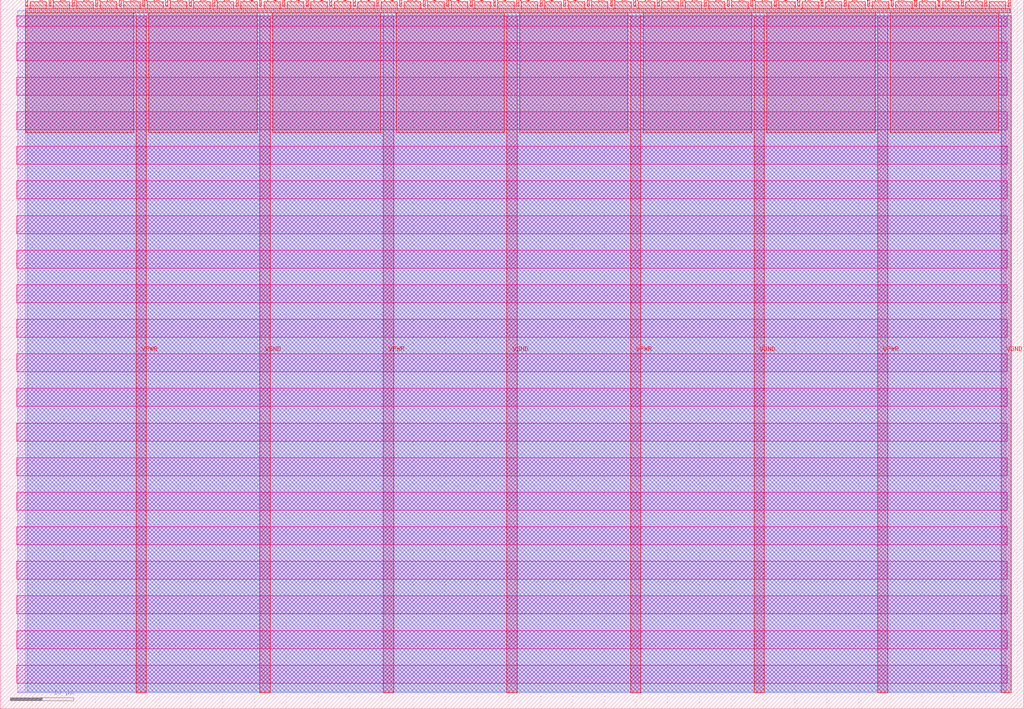
<source format=lef>
VERSION 5.7 ;
  NOWIREEXTENSIONATPIN ON ;
  DIVIDERCHAR "/" ;
  BUSBITCHARS "[]" ;
MACRO tt_um_jduchniewicz_prng
  CLASS BLOCK ;
  FOREIGN tt_um_jduchniewicz_prng ;
  ORIGIN 0.000 0.000 ;
  SIZE 161.000 BY 111.520 ;
  PIN VGND
    DIRECTION INOUT ;
    USE GROUND ;
    PORT
      LAYER met4 ;
        RECT 40.830 2.480 42.430 109.040 ;
    END
    PORT
      LAYER met4 ;
        RECT 79.700 2.480 81.300 109.040 ;
    END
    PORT
      LAYER met4 ;
        RECT 118.570 2.480 120.170 109.040 ;
    END
    PORT
      LAYER met4 ;
        RECT 157.440 2.480 159.040 109.040 ;
    END
  END VGND
  PIN VPWR
    DIRECTION INOUT ;
    USE POWER ;
    PORT
      LAYER met4 ;
        RECT 21.395 2.480 22.995 109.040 ;
    END
    PORT
      LAYER met4 ;
        RECT 60.265 2.480 61.865 109.040 ;
    END
    PORT
      LAYER met4 ;
        RECT 99.135 2.480 100.735 109.040 ;
    END
    PORT
      LAYER met4 ;
        RECT 138.005 2.480 139.605 109.040 ;
    END
  END VPWR
  PIN clk
    DIRECTION INPUT ;
    USE SIGNAL ;
    ANTENNAGATEAREA 0.852000 ;
    PORT
      LAYER met4 ;
        RECT 154.870 110.520 155.170 111.520 ;
    END
  END clk
  PIN ena
    DIRECTION INPUT ;
    USE SIGNAL ;
    ANTENNAGATEAREA 0.196500 ;
    PORT
      LAYER met4 ;
        RECT 158.550 110.520 158.850 111.520 ;
    END
  END ena
  PIN rst_n
    DIRECTION INPUT ;
    USE SIGNAL ;
    ANTENNAGATEAREA 0.213000 ;
    PORT
      LAYER met4 ;
        RECT 151.190 110.520 151.490 111.520 ;
    END
  END rst_n
  PIN ui_in[0]
    DIRECTION INPUT ;
    USE SIGNAL ;
    ANTENNAGATEAREA 0.196500 ;
    PORT
      LAYER met4 ;
        RECT 147.510 110.520 147.810 111.520 ;
    END
  END ui_in[0]
  PIN ui_in[1]
    DIRECTION INPUT ;
    USE SIGNAL ;
    ANTENNAGATEAREA 0.196500 ;
    PORT
      LAYER met4 ;
        RECT 143.830 110.520 144.130 111.520 ;
    END
  END ui_in[1]
  PIN ui_in[2]
    DIRECTION INPUT ;
    USE SIGNAL ;
    ANTENNAGATEAREA 0.196500 ;
    PORT
      LAYER met4 ;
        RECT 140.150 110.520 140.450 111.520 ;
    END
  END ui_in[2]
  PIN ui_in[3]
    DIRECTION INPUT ;
    USE SIGNAL ;
    ANTENNAGATEAREA 0.196500 ;
    PORT
      LAYER met4 ;
        RECT 136.470 110.520 136.770 111.520 ;
    END
  END ui_in[3]
  PIN ui_in[4]
    DIRECTION INPUT ;
    USE SIGNAL ;
    ANTENNAGATEAREA 0.196500 ;
    PORT
      LAYER met4 ;
        RECT 132.790 110.520 133.090 111.520 ;
    END
  END ui_in[4]
  PIN ui_in[5]
    DIRECTION INPUT ;
    USE SIGNAL ;
    ANTENNAGATEAREA 0.196500 ;
    PORT
      LAYER met4 ;
        RECT 129.110 110.520 129.410 111.520 ;
    END
  END ui_in[5]
  PIN ui_in[6]
    DIRECTION INPUT ;
    USE SIGNAL ;
    ANTENNAGATEAREA 0.196500 ;
    PORT
      LAYER met4 ;
        RECT 125.430 110.520 125.730 111.520 ;
    END
  END ui_in[6]
  PIN ui_in[7]
    DIRECTION INPUT ;
    USE SIGNAL ;
    ANTENNAGATEAREA 0.196500 ;
    PORT
      LAYER met4 ;
        RECT 121.750 110.520 122.050 111.520 ;
    END
  END ui_in[7]
  PIN uio_in[0]
    DIRECTION INPUT ;
    USE SIGNAL ;
    ANTENNAGATEAREA 0.213000 ;
    ANTENNADIFFAREA 0.434700 ;
    PORT
      LAYER met4 ;
        RECT 118.070 110.520 118.370 111.520 ;
    END
  END uio_in[0]
  PIN uio_in[1]
    DIRECTION INPUT ;
    USE SIGNAL ;
    ANTENNAGATEAREA 0.159000 ;
    ANTENNADIFFAREA 0.434700 ;
    PORT
      LAYER met4 ;
        RECT 114.390 110.520 114.690 111.520 ;
    END
  END uio_in[1]
  PIN uio_in[2]
    DIRECTION INPUT ;
    USE SIGNAL ;
    ANTENNAGATEAREA 0.213000 ;
    ANTENNADIFFAREA 0.434700 ;
    PORT
      LAYER met4 ;
        RECT 110.710 110.520 111.010 111.520 ;
    END
  END uio_in[2]
  PIN uio_in[3]
    DIRECTION INPUT ;
    USE SIGNAL ;
    ANTENNAGATEAREA 0.159000 ;
    ANTENNADIFFAREA 0.434700 ;
    PORT
      LAYER met4 ;
        RECT 107.030 110.520 107.330 111.520 ;
    END
  END uio_in[3]
  PIN uio_in[4]
    DIRECTION INPUT ;
    USE SIGNAL ;
    ANTENNAGATEAREA 0.213000 ;
    ANTENNADIFFAREA 0.434700 ;
    PORT
      LAYER met4 ;
        RECT 103.350 110.520 103.650 111.520 ;
    END
  END uio_in[4]
  PIN uio_in[5]
    DIRECTION INPUT ;
    USE SIGNAL ;
    ANTENNAGATEAREA 0.213000 ;
    PORT
      LAYER met4 ;
        RECT 99.670 110.520 99.970 111.520 ;
    END
  END uio_in[5]
  PIN uio_in[6]
    DIRECTION INPUT ;
    USE SIGNAL ;
    ANTENNAGATEAREA 0.159000 ;
    ANTENNADIFFAREA 0.434700 ;
    PORT
      LAYER met4 ;
        RECT 95.990 110.520 96.290 111.520 ;
    END
  END uio_in[6]
  PIN uio_in[7]
    DIRECTION INPUT ;
    USE SIGNAL ;
    ANTENNAGATEAREA 0.213000 ;
    PORT
      LAYER met4 ;
        RECT 92.310 110.520 92.610 111.520 ;
    END
  END uio_in[7]
  PIN uio_oe[0]
    DIRECTION OUTPUT TRISTATE ;
    USE SIGNAL ;
    PORT
      LAYER met4 ;
        RECT 29.750 110.520 30.050 111.520 ;
    END
  END uio_oe[0]
  PIN uio_oe[1]
    DIRECTION OUTPUT TRISTATE ;
    USE SIGNAL ;
    PORT
      LAYER met4 ;
        RECT 26.070 110.520 26.370 111.520 ;
    END
  END uio_oe[1]
  PIN uio_oe[2]
    DIRECTION OUTPUT TRISTATE ;
    USE SIGNAL ;
    PORT
      LAYER met4 ;
        RECT 22.390 110.520 22.690 111.520 ;
    END
  END uio_oe[2]
  PIN uio_oe[3]
    DIRECTION OUTPUT TRISTATE ;
    USE SIGNAL ;
    PORT
      LAYER met4 ;
        RECT 18.710 110.520 19.010 111.520 ;
    END
  END uio_oe[3]
  PIN uio_oe[4]
    DIRECTION OUTPUT TRISTATE ;
    USE SIGNAL ;
    PORT
      LAYER met4 ;
        RECT 15.030 110.520 15.330 111.520 ;
    END
  END uio_oe[4]
  PIN uio_oe[5]
    DIRECTION OUTPUT TRISTATE ;
    USE SIGNAL ;
    PORT
      LAYER met4 ;
        RECT 11.350 110.520 11.650 111.520 ;
    END
  END uio_oe[5]
  PIN uio_oe[6]
    DIRECTION OUTPUT TRISTATE ;
    USE SIGNAL ;
    PORT
      LAYER met4 ;
        RECT 7.670 110.520 7.970 111.520 ;
    END
  END uio_oe[6]
  PIN uio_oe[7]
    DIRECTION OUTPUT TRISTATE ;
    USE SIGNAL ;
    PORT
      LAYER met4 ;
        RECT 3.990 110.520 4.290 111.520 ;
    END
  END uio_oe[7]
  PIN uio_out[0]
    DIRECTION OUTPUT TRISTATE ;
    USE SIGNAL ;
    ANTENNADIFFAREA 0.795200 ;
    PORT
      LAYER met4 ;
        RECT 59.190 110.520 59.490 111.520 ;
    END
  END uio_out[0]
  PIN uio_out[1]
    DIRECTION OUTPUT TRISTATE ;
    USE SIGNAL ;
    ANTENNADIFFAREA 0.445500 ;
    PORT
      LAYER met4 ;
        RECT 55.510 110.520 55.810 111.520 ;
    END
  END uio_out[1]
  PIN uio_out[2]
    DIRECTION OUTPUT TRISTATE ;
    USE SIGNAL ;
    ANTENNADIFFAREA 0.795200 ;
    PORT
      LAYER met4 ;
        RECT 51.830 110.520 52.130 111.520 ;
    END
  END uio_out[2]
  PIN uio_out[3]
    DIRECTION OUTPUT TRISTATE ;
    USE SIGNAL ;
    ANTENNADIFFAREA 0.445500 ;
    PORT
      LAYER met4 ;
        RECT 48.150 110.520 48.450 111.520 ;
    END
  END uio_out[3]
  PIN uio_out[4]
    DIRECTION OUTPUT TRISTATE ;
    USE SIGNAL ;
    ANTENNADIFFAREA 0.795200 ;
    PORT
      LAYER met4 ;
        RECT 44.470 110.520 44.770 111.520 ;
    END
  END uio_out[4]
  PIN uio_out[5]
    DIRECTION OUTPUT TRISTATE ;
    USE SIGNAL ;
    ANTENNADIFFAREA 0.795200 ;
    PORT
      LAYER met4 ;
        RECT 40.790 110.520 41.090 111.520 ;
    END
  END uio_out[5]
  PIN uio_out[6]
    DIRECTION OUTPUT TRISTATE ;
    USE SIGNAL ;
    ANTENNADIFFAREA 0.445500 ;
    PORT
      LAYER met4 ;
        RECT 37.110 110.520 37.410 111.520 ;
    END
  END uio_out[6]
  PIN uio_out[7]
    DIRECTION OUTPUT TRISTATE ;
    USE SIGNAL ;
    ANTENNADIFFAREA 0.795200 ;
    PORT
      LAYER met4 ;
        RECT 33.430 110.520 33.730 111.520 ;
    END
  END uio_out[7]
  PIN uo_out[0]
    DIRECTION OUTPUT TRISTATE ;
    USE SIGNAL ;
    ANTENNAGATEAREA 0.247500 ;
    ANTENNADIFFAREA 0.445500 ;
    PORT
      LAYER met4 ;
        RECT 88.630 110.520 88.930 111.520 ;
    END
  END uo_out[0]
  PIN uo_out[1]
    DIRECTION OUTPUT TRISTATE ;
    USE SIGNAL ;
    ANTENNAGATEAREA 0.247500 ;
    ANTENNADIFFAREA 0.445500 ;
    PORT
      LAYER met4 ;
        RECT 84.950 110.520 85.250 111.520 ;
    END
  END uo_out[1]
  PIN uo_out[2]
    DIRECTION OUTPUT TRISTATE ;
    USE SIGNAL ;
    ANTENNAGATEAREA 0.247500 ;
    ANTENNADIFFAREA 0.445500 ;
    PORT
      LAYER met4 ;
        RECT 81.270 110.520 81.570 111.520 ;
    END
  END uo_out[2]
  PIN uo_out[3]
    DIRECTION OUTPUT TRISTATE ;
    USE SIGNAL ;
    ANTENNAGATEAREA 0.247500 ;
    ANTENNADIFFAREA 0.891000 ;
    PORT
      LAYER met4 ;
        RECT 77.590 110.520 77.890 111.520 ;
    END
  END uo_out[3]
  PIN uo_out[4]
    DIRECTION OUTPUT TRISTATE ;
    USE SIGNAL ;
    ANTENNAGATEAREA 0.126000 ;
    ANTENNADIFFAREA 0.891000 ;
    PORT
      LAYER met4 ;
        RECT 73.910 110.520 74.210 111.520 ;
    END
  END uo_out[4]
  PIN uo_out[5]
    DIRECTION OUTPUT TRISTATE ;
    USE SIGNAL ;
    ANTENNAGATEAREA 0.247500 ;
    ANTENNADIFFAREA 0.445500 ;
    PORT
      LAYER met4 ;
        RECT 70.230 110.520 70.530 111.520 ;
    END
  END uo_out[5]
  PIN uo_out[6]
    DIRECTION OUTPUT TRISTATE ;
    USE SIGNAL ;
    ANTENNAGATEAREA 0.247500 ;
    ANTENNADIFFAREA 0.891000 ;
    PORT
      LAYER met4 ;
        RECT 66.550 110.520 66.850 111.520 ;
    END
  END uo_out[6]
  PIN uo_out[7]
    DIRECTION OUTPUT TRISTATE ;
    USE SIGNAL ;
    ANTENNAGATEAREA 0.247500 ;
    ANTENNADIFFAREA 0.891000 ;
    PORT
      LAYER met4 ;
        RECT 62.870 110.520 63.170 111.520 ;
    END
  END uo_out[7]
  OBS
      LAYER nwell ;
        RECT 2.570 107.385 158.430 108.990 ;
        RECT 2.570 101.945 158.430 104.775 ;
        RECT 2.570 96.505 158.430 99.335 ;
        RECT 2.570 91.065 158.430 93.895 ;
        RECT 2.570 85.625 158.430 88.455 ;
        RECT 2.570 80.185 158.430 83.015 ;
        RECT 2.570 74.745 158.430 77.575 ;
        RECT 2.570 69.305 158.430 72.135 ;
        RECT 2.570 63.865 158.430 66.695 ;
        RECT 2.570 58.425 158.430 61.255 ;
        RECT 2.570 52.985 158.430 55.815 ;
        RECT 2.570 47.545 158.430 50.375 ;
        RECT 2.570 42.105 158.430 44.935 ;
        RECT 2.570 36.665 158.430 39.495 ;
        RECT 2.570 31.225 158.430 34.055 ;
        RECT 2.570 25.785 158.430 28.615 ;
        RECT 2.570 20.345 158.430 23.175 ;
        RECT 2.570 14.905 158.430 17.735 ;
        RECT 2.570 9.465 158.430 12.295 ;
        RECT 2.570 4.025 158.430 6.855 ;
      LAYER li1 ;
        RECT 2.760 2.635 158.240 108.885 ;
      LAYER met1 ;
        RECT 2.760 2.480 159.040 109.780 ;
      LAYER met2 ;
        RECT 4.230 2.535 159.010 110.685 ;
      LAYER met3 ;
        RECT 3.950 2.555 159.030 110.665 ;
      LAYER met4 ;
        RECT 4.690 110.120 7.270 111.170 ;
        RECT 8.370 110.120 10.950 111.170 ;
        RECT 12.050 110.120 14.630 111.170 ;
        RECT 15.730 110.120 18.310 111.170 ;
        RECT 19.410 110.120 21.990 111.170 ;
        RECT 23.090 110.120 25.670 111.170 ;
        RECT 26.770 110.120 29.350 111.170 ;
        RECT 30.450 110.120 33.030 111.170 ;
        RECT 34.130 110.120 36.710 111.170 ;
        RECT 37.810 110.120 40.390 111.170 ;
        RECT 41.490 110.120 44.070 111.170 ;
        RECT 45.170 110.120 47.750 111.170 ;
        RECT 48.850 110.120 51.430 111.170 ;
        RECT 52.530 110.120 55.110 111.170 ;
        RECT 56.210 110.120 58.790 111.170 ;
        RECT 59.890 110.120 62.470 111.170 ;
        RECT 63.570 110.120 66.150 111.170 ;
        RECT 67.250 110.120 69.830 111.170 ;
        RECT 70.930 110.120 73.510 111.170 ;
        RECT 74.610 110.120 77.190 111.170 ;
        RECT 78.290 110.120 80.870 111.170 ;
        RECT 81.970 110.120 84.550 111.170 ;
        RECT 85.650 110.120 88.230 111.170 ;
        RECT 89.330 110.120 91.910 111.170 ;
        RECT 93.010 110.120 95.590 111.170 ;
        RECT 96.690 110.120 99.270 111.170 ;
        RECT 100.370 110.120 102.950 111.170 ;
        RECT 104.050 110.120 106.630 111.170 ;
        RECT 107.730 110.120 110.310 111.170 ;
        RECT 111.410 110.120 113.990 111.170 ;
        RECT 115.090 110.120 117.670 111.170 ;
        RECT 118.770 110.120 121.350 111.170 ;
        RECT 122.450 110.120 125.030 111.170 ;
        RECT 126.130 110.120 128.710 111.170 ;
        RECT 129.810 110.120 132.390 111.170 ;
        RECT 133.490 110.120 136.070 111.170 ;
        RECT 137.170 110.120 139.750 111.170 ;
        RECT 140.850 110.120 143.430 111.170 ;
        RECT 144.530 110.120 147.110 111.170 ;
        RECT 148.210 110.120 150.790 111.170 ;
        RECT 151.890 110.120 154.470 111.170 ;
        RECT 155.570 110.120 158.150 111.170 ;
        RECT 3.975 109.440 158.850 110.120 ;
        RECT 3.975 90.615 20.995 109.440 ;
        RECT 23.395 90.615 40.430 109.440 ;
        RECT 42.830 90.615 59.865 109.440 ;
        RECT 62.265 90.615 79.300 109.440 ;
        RECT 81.700 90.615 98.735 109.440 ;
        RECT 101.135 90.615 118.170 109.440 ;
        RECT 120.570 90.615 137.605 109.440 ;
        RECT 140.005 90.615 157.040 109.440 ;
  END
END tt_um_jduchniewicz_prng
END LIBRARY


</source>
